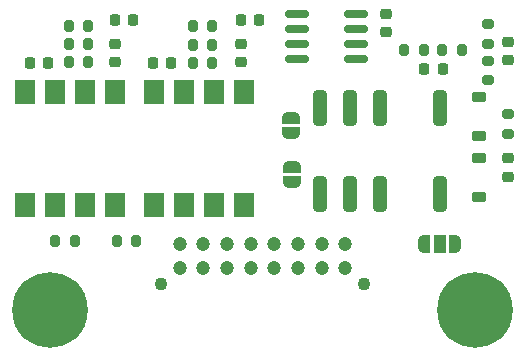
<source format=gbr>
%TF.GenerationSoftware,KiCad,Pcbnew,7.0.7*%
%TF.CreationDate,2023-12-05T14:15:23+03:00*%
%TF.ProjectId,InterceptRelay,496e7465-7263-4657-9074-52656c61792e,rev?*%
%TF.SameCoordinates,Original*%
%TF.FileFunction,Soldermask,Top*%
%TF.FilePolarity,Negative*%
%FSLAX46Y46*%
G04 Gerber Fmt 4.6, Leading zero omitted, Abs format (unit mm)*
G04 Created by KiCad (PCBNEW 7.0.7) date 2023-12-05 14:15:23*
%MOMM*%
%LPD*%
G01*
G04 APERTURE LIST*
G04 Aperture macros list*
%AMRoundRect*
0 Rectangle with rounded corners*
0 $1 Rounding radius*
0 $2 $3 $4 $5 $6 $7 $8 $9 X,Y pos of 4 corners*
0 Add a 4 corners polygon primitive as box body*
4,1,4,$2,$3,$4,$5,$6,$7,$8,$9,$2,$3,0*
0 Add four circle primitives for the rounded corners*
1,1,$1+$1,$2,$3*
1,1,$1+$1,$4,$5*
1,1,$1+$1,$6,$7*
1,1,$1+$1,$8,$9*
0 Add four rect primitives between the rounded corners*
20,1,$1+$1,$2,$3,$4,$5,0*
20,1,$1+$1,$4,$5,$6,$7,0*
20,1,$1+$1,$6,$7,$8,$9,0*
20,1,$1+$1,$8,$9,$2,$3,0*%
%AMFreePoly0*
4,1,19,0.500000,-0.750000,0.000000,-0.750000,0.000000,-0.744911,-0.071157,-0.744911,-0.207708,-0.704816,-0.327430,-0.627875,-0.420627,-0.520320,-0.479746,-0.390866,-0.500000,-0.250000,-0.500000,0.250000,-0.479746,0.390866,-0.420627,0.520320,-0.327430,0.627875,-0.207708,0.704816,-0.071157,0.744911,0.000000,0.744911,0.000000,0.750000,0.500000,0.750000,0.500000,-0.750000,0.500000,-0.750000,
$1*%
%AMFreePoly1*
4,1,19,0.000000,0.744911,0.071157,0.744911,0.207708,0.704816,0.327430,0.627875,0.420627,0.520320,0.479746,0.390866,0.500000,0.250000,0.500000,-0.250000,0.479746,-0.390866,0.420627,-0.520320,0.327430,-0.627875,0.207708,-0.704816,0.071157,-0.744911,0.000000,-0.744911,0.000000,-0.750000,-0.500000,-0.750000,-0.500000,0.750000,0.000000,0.750000,0.000000,0.744911,0.000000,0.744911,
$1*%
%AMFreePoly2*
4,1,19,0.550000,-0.750000,0.000000,-0.750000,0.000000,-0.744911,-0.071157,-0.744911,-0.207708,-0.704816,-0.327430,-0.627875,-0.420627,-0.520320,-0.479746,-0.390866,-0.500000,-0.250000,-0.500000,0.250000,-0.479746,0.390866,-0.420627,0.520320,-0.327430,0.627875,-0.207708,0.704816,-0.071157,0.744911,0.000000,0.744911,0.000000,0.750000,0.550000,0.750000,0.550000,-0.750000,0.550000,-0.750000,
$1*%
%AMFreePoly3*
4,1,19,0.000000,0.744911,0.071157,0.744911,0.207708,0.704816,0.327430,0.627875,0.420627,0.520320,0.479746,0.390866,0.500000,0.250000,0.500000,-0.250000,0.479746,-0.390866,0.420627,-0.520320,0.327430,-0.627875,0.207708,-0.704816,0.071157,-0.744911,0.000000,-0.744911,0.000000,-0.750000,-0.550000,-0.750000,-0.550000,0.750000,0.000000,0.750000,0.000000,0.744911,0.000000,0.744911,
$1*%
G04 Aperture macros list end*
%ADD10C,1.100000*%
%ADD11C,1.200000*%
%ADD12RoundRect,0.200000X0.200000X0.275000X-0.200000X0.275000X-0.200000X-0.275000X0.200000X-0.275000X0*%
%ADD13RoundRect,0.200000X0.275000X-0.200000X0.275000X0.200000X-0.275000X0.200000X-0.275000X-0.200000X0*%
%ADD14RoundRect,0.225000X-0.375000X0.225000X-0.375000X-0.225000X0.375000X-0.225000X0.375000X0.225000X0*%
%ADD15RoundRect,0.225000X0.225000X0.250000X-0.225000X0.250000X-0.225000X-0.250000X0.225000X-0.250000X0*%
%ADD16RoundRect,0.225000X-0.250000X0.225000X-0.250000X-0.225000X0.250000X-0.225000X0.250000X0.225000X0*%
%ADD17C,0.800000*%
%ADD18C,6.400000*%
%ADD19RoundRect,0.225000X-0.225000X-0.250000X0.225000X-0.250000X0.225000X0.250000X-0.225000X0.250000X0*%
%ADD20FreePoly0,270.000000*%
%ADD21FreePoly1,270.000000*%
%ADD22R,1.780000X2.000000*%
%ADD23FreePoly2,180.000000*%
%ADD24R,1.000000X1.500000*%
%ADD25FreePoly3,180.000000*%
%ADD26RoundRect,0.150000X-0.825000X-0.150000X0.825000X-0.150000X0.825000X0.150000X-0.825000X0.150000X0*%
%ADD27RoundRect,0.218750X0.256250X-0.218750X0.256250X0.218750X-0.256250X0.218750X-0.256250X-0.218750X0*%
%ADD28RoundRect,0.225000X0.375000X-0.225000X0.375000X0.225000X-0.375000X0.225000X-0.375000X-0.225000X0*%
%ADD29RoundRect,0.225000X0.250000X-0.225000X0.250000X0.225000X-0.250000X0.225000X-0.250000X-0.225000X0*%
%ADD30RoundRect,0.200000X-0.200000X-0.275000X0.200000X-0.275000X0.200000X0.275000X-0.200000X0.275000X0*%
%ADD31RoundRect,0.249750X0.305250X1.250250X-0.305250X1.250250X-0.305250X-1.250250X0.305250X-1.250250X0*%
G04 APERTURE END LIST*
D10*
%TO.C,J2*%
X110449600Y-75391200D03*
X93249600Y-75391200D03*
D11*
X94849600Y-71991200D03*
X94849600Y-73991200D03*
X96849600Y-71991200D03*
X96849600Y-73991200D03*
X98849600Y-71991200D03*
X98849600Y-73991200D03*
X100849600Y-71991200D03*
X100849600Y-73991200D03*
X102849600Y-71991200D03*
X102849600Y-73991200D03*
X104849600Y-71991200D03*
X104849600Y-73991200D03*
X106849600Y-71991200D03*
X106849600Y-73991200D03*
X108849600Y-71991200D03*
X108849600Y-73991200D03*
%TD*%
D12*
%TO.C,R8*%
X87107000Y-55072198D03*
X85457000Y-55072198D03*
%TD*%
%TO.C,R10*%
X91147400Y-71729600D03*
X89497400Y-71729600D03*
%TD*%
%TO.C,R5*%
X115510000Y-55586198D03*
X113860000Y-55586198D03*
%TD*%
%TO.C,R4*%
X118710000Y-55586198D03*
X117060000Y-55586198D03*
%TD*%
D13*
%TO.C,R3*%
X120956200Y-55051000D03*
X120956200Y-53401000D03*
%TD*%
D14*
%TO.C,D2*%
X120197500Y-64748698D03*
X120197500Y-68048698D03*
%TD*%
D12*
%TO.C,R6*%
X97584000Y-55104698D03*
X95934000Y-55104698D03*
%TD*%
D15*
%TO.C,C4*%
X101535000Y-53040198D03*
X99985000Y-53040198D03*
%TD*%
D16*
%TO.C,C5*%
X99998000Y-55059198D03*
X99998000Y-56609198D03*
%TD*%
D17*
%TO.C,REF\u002A\u002A*%
X117417600Y-77559200D03*
X118120544Y-75862144D03*
X118120544Y-79256256D03*
X119817600Y-75159200D03*
D18*
X119817600Y-77559200D03*
D17*
X119817600Y-79959200D03*
X121514656Y-75862144D03*
X121514656Y-79256256D03*
X122217600Y-77559200D03*
%TD*%
D16*
%TO.C,C3*%
X112335000Y-52511198D03*
X112335000Y-54061198D03*
%TD*%
D19*
%TO.C,C2*%
X115560000Y-57186198D03*
X117110000Y-57186198D03*
%TD*%
D15*
%TO.C,C8*%
X83679000Y-56661198D03*
X82129000Y-56661198D03*
%TD*%
D20*
%TO.C,JP3*%
X104310000Y-65461198D03*
D21*
X104310000Y-66761198D03*
%TD*%
D13*
%TO.C,R1*%
X122597500Y-62648698D03*
X122597500Y-60998698D03*
%TD*%
D15*
%TO.C,C9*%
X94085000Y-56661198D03*
X92535000Y-56661198D03*
%TD*%
D22*
%TO.C,U3*%
X81775000Y-68651198D03*
X84315000Y-68651198D03*
X86855000Y-68651198D03*
X89395000Y-68651198D03*
X89395000Y-59121198D03*
X86855000Y-59121198D03*
X84315000Y-59121198D03*
X81775000Y-59121198D03*
%TD*%
D23*
%TO.C,JP1*%
X118149600Y-71991200D03*
D24*
X116849600Y-71991200D03*
D25*
X115549600Y-71991200D03*
%TD*%
D20*
%TO.C,JP2*%
X104285000Y-61336198D03*
D21*
X104285000Y-62636198D03*
%TD*%
D12*
%TO.C,R11*%
X97584000Y-56661198D03*
X95934000Y-56661198D03*
%TD*%
D26*
%TO.C,U4*%
X104785000Y-52506198D03*
X104785000Y-53776198D03*
X104785000Y-55046198D03*
X104785000Y-56316198D03*
X109735000Y-56316198D03*
X109735000Y-55046198D03*
X109735000Y-53776198D03*
X109735000Y-52506198D03*
%TD*%
D27*
%TO.C,D3*%
X122597500Y-66323698D03*
X122597500Y-64748698D03*
%TD*%
D28*
%TO.C,D1*%
X120197500Y-62848698D03*
X120197500Y-59548698D03*
%TD*%
D29*
%TO.C,C1*%
X122631200Y-56401000D03*
X122631200Y-54851000D03*
%TD*%
D30*
%TO.C,R12*%
X84315800Y-71729600D03*
X85965800Y-71729600D03*
%TD*%
%TO.C,R9*%
X85457000Y-53548198D03*
X87107000Y-53548198D03*
%TD*%
D31*
%TO.C,K1*%
X116840000Y-60446198D03*
X111760000Y-60446198D03*
X109220000Y-60446198D03*
X106680000Y-60446198D03*
X106680000Y-67736198D03*
X109220000Y-67736198D03*
X111760000Y-67736198D03*
X116840000Y-67736198D03*
%TD*%
D22*
%TO.C,U1*%
X92675000Y-68651198D03*
X95215000Y-68651198D03*
X97755000Y-68651198D03*
X100295000Y-68651198D03*
X100295000Y-59121198D03*
X97755000Y-59121198D03*
X95215000Y-59121198D03*
X92675000Y-59121198D03*
%TD*%
D15*
%TO.C,C6*%
X90867000Y-53040198D03*
X89317000Y-53040198D03*
%TD*%
D17*
%TO.C,REF\u002A\u002A*%
X81481600Y-77559200D03*
X82184544Y-75862144D03*
X82184544Y-79256256D03*
X83881600Y-75159200D03*
D18*
X83881600Y-77559200D03*
D17*
X83881600Y-79959200D03*
X85578656Y-75862144D03*
X85578656Y-79256256D03*
X86281600Y-77559200D03*
%TD*%
D13*
%TO.C,R2*%
X120956200Y-58151000D03*
X120956200Y-56501000D03*
%TD*%
D30*
%TO.C,R7*%
X95934000Y-53548198D03*
X97584000Y-53548198D03*
%TD*%
D12*
%TO.C,R13*%
X87107000Y-56596198D03*
X85457000Y-56596198D03*
%TD*%
D16*
%TO.C,C7*%
X89330000Y-55059198D03*
X89330000Y-56609198D03*
%TD*%
M02*

</source>
